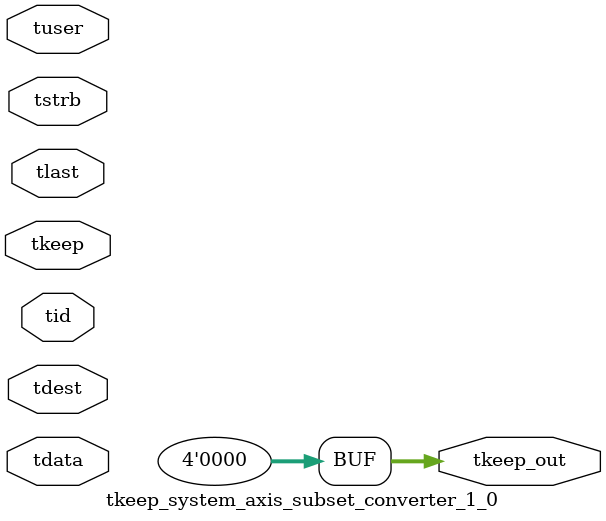
<source format=v>


`timescale 1ps/1ps

module tkeep_system_axis_subset_converter_1_0 #
(
parameter C_S_AXIS_TDATA_WIDTH = 32,
parameter C_S_AXIS_TUSER_WIDTH = 0,
parameter C_S_AXIS_TID_WIDTH   = 0,
parameter C_S_AXIS_TDEST_WIDTH = 0,
parameter C_M_AXIS_TDATA_WIDTH = 32
)
(
input  [(C_S_AXIS_TDATA_WIDTH == 0 ? 1 : C_S_AXIS_TDATA_WIDTH)-1:0     ] tdata,
input  [(C_S_AXIS_TUSER_WIDTH == 0 ? 1 : C_S_AXIS_TUSER_WIDTH)-1:0     ] tuser,
input  [(C_S_AXIS_TID_WIDTH   == 0 ? 1 : C_S_AXIS_TID_WIDTH)-1:0       ] tid,
input  [(C_S_AXIS_TDEST_WIDTH == 0 ? 1 : C_S_AXIS_TDEST_WIDTH)-1:0     ] tdest,
input  [(C_S_AXIS_TDATA_WIDTH/8)-1:0 ] tkeep,
input  [(C_S_AXIS_TDATA_WIDTH/8)-1:0 ] tstrb,
input                                                                    tlast,
output [(C_M_AXIS_TDATA_WIDTH/8)-1:0 ] tkeep_out
);

assign tkeep_out = {1'b0};

endmodule


</source>
